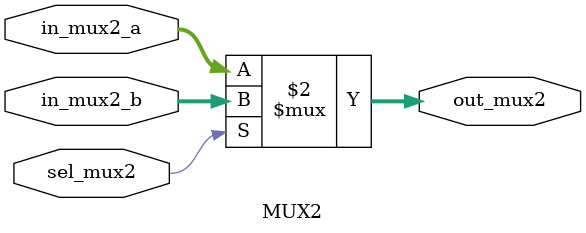
<source format=v>
`timescale 1ns / 1ps


module MUX2(
input sel_mux2,
input[31:0] in_mux2_a, in_mux2_b,
output[31:0] out_mux2
    );

assign out_mux2 = (sel_mux2==0)? in_mux2_a : in_mux2_b;//sel =0 output = a, sel = 1 output = b

    
endmodule

</source>
